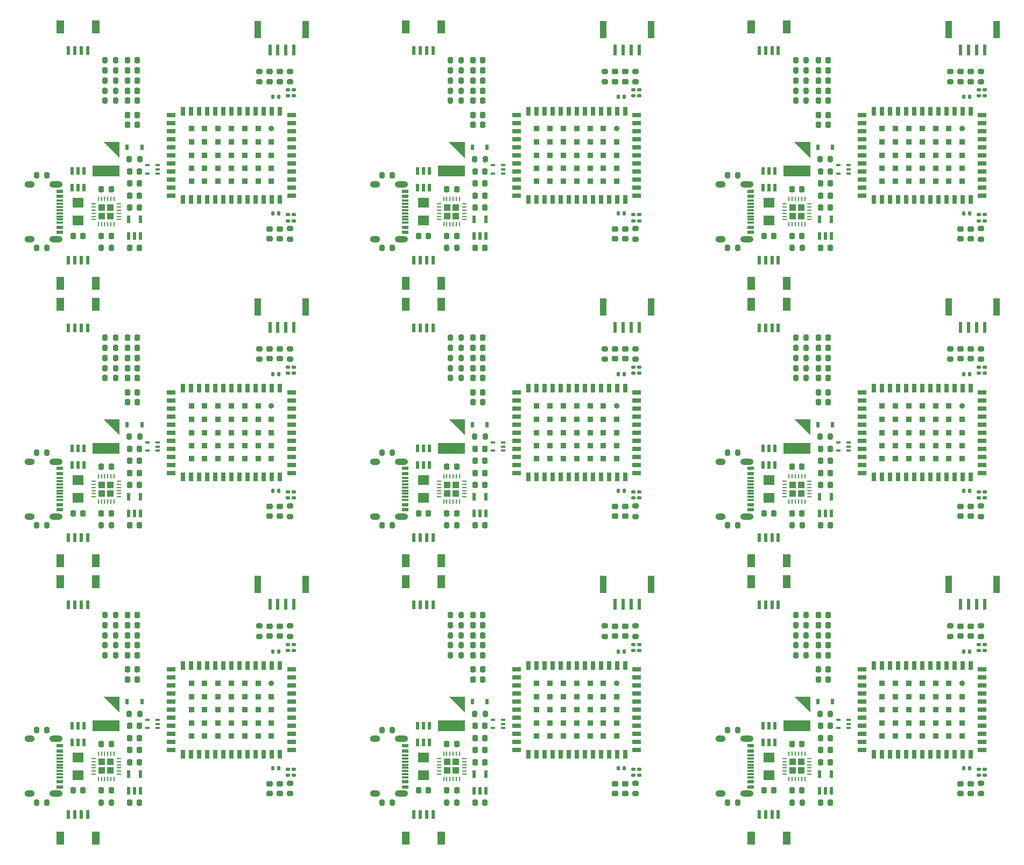
<source format=gtp>
%TF.GenerationSoftware,KiCad,Pcbnew,8.0.7*%
%TF.CreationDate,2025-04-01T11:43:09-06:00*%
%TF.ProjectId,SparkFun_GNSS_LG580P_panelized,53706172-6b46-4756-9e5f-474e53535f4c,rev?*%
%TF.SameCoordinates,Original*%
%TF.FileFunction,Paste,Top*%
%TF.FilePolarity,Positive*%
%FSLAX46Y46*%
G04 Gerber Fmt 4.6, Leading zero omitted, Abs format (unit mm)*
G04 Created by KiCad (PCBNEW 8.0.7) date 2025-04-01 11:43:09*
%MOMM*%
%LPD*%
G01*
G04 APERTURE LIST*
G04 Aperture macros list*
%AMRoundRect*
0 Rectangle with rounded corners*
0 $1 Rounding radius*
0 $2 $3 $4 $5 $6 $7 $8 $9 X,Y pos of 4 corners*
0 Add a 4 corners polygon primitive as box body*
4,1,4,$2,$3,$4,$5,$6,$7,$8,$9,$2,$3,0*
0 Add four circle primitives for the rounded corners*
1,1,$1+$1,$2,$3*
1,1,$1+$1,$4,$5*
1,1,$1+$1,$6,$7*
1,1,$1+$1,$8,$9*
0 Add four rect primitives between the rounded corners*
20,1,$1+$1,$2,$3,$4,$5,0*
20,1,$1+$1,$4,$5,$6,$7,0*
20,1,$1+$1,$6,$7,$8,$9,0*
20,1,$1+$1,$8,$9,$2,$3,0*%
G04 Aperture macros list end*
%ADD10C,0.000000*%
%ADD11RoundRect,0.200000X-0.200000X-0.275000X0.200000X-0.275000X0.200000X0.275000X-0.200000X0.275000X0*%
%ADD12RoundRect,0.140000X-0.170000X0.140000X-0.170000X-0.140000X0.170000X-0.140000X0.170000X0.140000X0*%
%ADD13RoundRect,0.225000X0.250000X-0.225000X0.250000X0.225000X-0.250000X0.225000X-0.250000X-0.225000X0*%
%ADD14RoundRect,0.225000X-0.225000X-0.250000X0.225000X-0.250000X0.225000X0.250000X-0.225000X0.250000X0*%
%ADD15RoundRect,0.200000X0.275000X-0.200000X0.275000X0.200000X-0.275000X0.200000X-0.275000X-0.200000X0*%
%ADD16RoundRect,0.218750X0.218750X0.256250X-0.218750X0.256250X-0.218750X-0.256250X0.218750X-0.256250X0*%
%ADD17RoundRect,0.225000X-0.250000X0.225000X-0.250000X-0.225000X0.250000X-0.225000X0.250000X0.225000X0*%
%ADD18R,0.550000X1.200000*%
%ADD19R,0.600000X1.350000*%
%ADD20R,1.200000X2.000000*%
%ADD21RoundRect,0.140000X0.140000X0.170000X-0.140000X0.170000X-0.140000X-0.170000X0.140000X-0.170000X0*%
%ADD22RoundRect,0.225000X0.225000X0.250000X-0.225000X0.250000X-0.225000X-0.250000X0.225000X-0.250000X0*%
%ADD23RoundRect,0.140000X0.170000X-0.140000X0.170000X0.140000X-0.170000X0.140000X-0.170000X-0.140000X0*%
%ADD24RoundRect,0.250000X-0.295000X-0.295000X0.295000X-0.295000X0.295000X0.295000X-0.295000X0.295000X0*%
%ADD25RoundRect,0.056250X-0.315000X-0.056250X0.315000X-0.056250X0.315000X0.056250X-0.315000X0.056250X0*%
%ADD26RoundRect,0.056250X-0.056250X-0.315000X0.056250X-0.315000X0.056250X0.315000X-0.056250X0.315000X0*%
%ADD27RoundRect,0.200000X0.200000X0.275000X-0.200000X0.275000X-0.200000X-0.275000X0.200000X-0.275000X0*%
%ADD28R,1.800000X1.600000*%
%ADD29R,0.720000X1.350000*%
%ADD30R,1.350000X0.720000*%
%ADD31C,0.900000*%
%ADD32R,0.900000X0.900000*%
%ADD33RoundRect,0.200000X-0.275000X0.200000X-0.275000X-0.200000X0.275000X-0.200000X0.275000X0.200000X0*%
%ADD34R,0.600000X1.700000*%
%ADD35R,1.000000X2.700000*%
%ADD36R,0.630000X0.830000*%
%ADD37R,1.000000X0.300000*%
%ADD38R,1.000000X0.600000*%
%ADD39O,1.600000X1.000000*%
%ADD40O,2.100000X1.000000*%
%ADD41R,0.700000X0.300000*%
G04 APERTURE END LIST*
D10*
%TO.C,BT1*%
G36*
X124101000Y108534645D02*
G01*
X121615645Y111020000D01*
X124101000Y111020000D01*
X124101000Y108534645D01*
G37*
G36*
X124096000Y105615000D02*
G01*
X119896000Y105615000D01*
X119896000Y107315000D01*
X124096000Y107315000D01*
X124096000Y105615000D01*
G37*
G36*
X124101000Y64854645D02*
G01*
X121615645Y67340000D01*
X124101000Y67340000D01*
X124101000Y64854645D01*
G37*
G36*
X124096000Y61935000D02*
G01*
X119896000Y61935000D01*
X119896000Y63635000D01*
X124096000Y63635000D01*
X124096000Y61935000D01*
G37*
G36*
X124101000Y21174645D02*
G01*
X121615645Y23660000D01*
X124101000Y23660000D01*
X124101000Y21174645D01*
G37*
G36*
X124096000Y18255000D02*
G01*
X119896000Y18255000D01*
X119896000Y19955000D01*
X124096000Y19955000D01*
X124096000Y18255000D01*
G37*
G36*
X69753000Y108534645D02*
G01*
X67267645Y111020000D01*
X69753000Y111020000D01*
X69753000Y108534645D01*
G37*
G36*
X69748000Y105615000D02*
G01*
X65548000Y105615000D01*
X65548000Y107315000D01*
X69748000Y107315000D01*
X69748000Y105615000D01*
G37*
G36*
X69753000Y64854645D02*
G01*
X67267645Y67340000D01*
X69753000Y67340000D01*
X69753000Y64854645D01*
G37*
G36*
X69748000Y61935000D02*
G01*
X65548000Y61935000D01*
X65548000Y63635000D01*
X69748000Y63635000D01*
X69748000Y61935000D01*
G37*
G36*
X69753000Y21174645D02*
G01*
X67267645Y23660000D01*
X69753000Y23660000D01*
X69753000Y21174645D01*
G37*
G36*
X69748000Y18255000D02*
G01*
X65548000Y18255000D01*
X65548000Y19955000D01*
X69748000Y19955000D01*
X69748000Y18255000D01*
G37*
G36*
X15405000Y108534645D02*
G01*
X12919645Y111020000D01*
X15405000Y111020000D01*
X15405000Y108534645D01*
G37*
G36*
X15400000Y105615000D02*
G01*
X11200000Y105615000D01*
X11200000Y107315000D01*
X15400000Y107315000D01*
X15400000Y105615000D01*
G37*
G36*
X15405000Y64854645D02*
G01*
X12919645Y67340000D01*
X15405000Y67340000D01*
X15405000Y64854645D01*
G37*
G36*
X15400000Y61935000D02*
G01*
X11200000Y61935000D01*
X11200000Y63635000D01*
X15400000Y63635000D01*
X15400000Y61935000D01*
G37*
G36*
X15405000Y21174645D02*
G01*
X12919645Y23660000D01*
X15405000Y23660000D01*
X15405000Y21174645D01*
G37*
G36*
X15400000Y18255000D02*
G01*
X11200000Y18255000D01*
X11200000Y19955000D01*
X15400000Y19955000D01*
X15400000Y18255000D01*
G37*
%TD*%
D11*
%TO.C,R7*%
X125651000Y108315000D03*
X127301000Y108315000D03*
%TD*%
%TO.C,R7*%
X125651000Y64635000D03*
X127301000Y64635000D03*
%TD*%
%TO.C,R7*%
X125651000Y20955000D03*
X127301000Y20955000D03*
%TD*%
%TO.C,R7*%
X71303000Y108315000D03*
X72953000Y108315000D03*
%TD*%
%TO.C,R7*%
X71303000Y64635000D03*
X72953000Y64635000D03*
%TD*%
%TO.C,R7*%
X71303000Y20955000D03*
X72953000Y20955000D03*
%TD*%
%TO.C,R7*%
X16955000Y108315000D03*
X18605000Y108315000D03*
%TD*%
%TO.C,R7*%
X16955000Y64635000D03*
X18605000Y64635000D03*
%TD*%
D12*
%TO.C,L1*%
X150606000Y119272500D03*
X150606000Y118312500D03*
%TD*%
%TO.C,L1*%
X150606000Y75592500D03*
X150606000Y74632500D03*
%TD*%
%TO.C,L1*%
X150606000Y31912500D03*
X150606000Y30952500D03*
%TD*%
%TO.C,L1*%
X96258000Y119272500D03*
X96258000Y118312500D03*
%TD*%
%TO.C,L1*%
X96258000Y75592500D03*
X96258000Y74632500D03*
%TD*%
%TO.C,L1*%
X96258000Y31912500D03*
X96258000Y30952500D03*
%TD*%
%TO.C,L1*%
X41910000Y119272500D03*
X41910000Y118312500D03*
%TD*%
%TO.C,L1*%
X41910000Y75592500D03*
X41910000Y74632500D03*
%TD*%
D13*
%TO.C,C3*%
X147748500Y120557500D03*
X147748500Y122107500D03*
%TD*%
%TO.C,C3*%
X147748500Y76877500D03*
X147748500Y78427500D03*
%TD*%
%TO.C,C3*%
X147748500Y33197500D03*
X147748500Y34747500D03*
%TD*%
%TO.C,C3*%
X93400500Y120557500D03*
X93400500Y122107500D03*
%TD*%
%TO.C,C3*%
X93400500Y76877500D03*
X93400500Y78427500D03*
%TD*%
%TO.C,C3*%
X93400500Y33197500D03*
X93400500Y34747500D03*
%TD*%
%TO.C,C3*%
X39052500Y120557500D03*
X39052500Y122107500D03*
%TD*%
%TO.C,C3*%
X39052500Y76877500D03*
X39052500Y78427500D03*
%TD*%
D11*
%TO.C,R9*%
X121206000Y94345000D03*
X122856000Y94345000D03*
%TD*%
%TO.C,R9*%
X121206000Y50665000D03*
X122856000Y50665000D03*
%TD*%
%TO.C,R9*%
X121206000Y6985000D03*
X122856000Y6985000D03*
%TD*%
%TO.C,R9*%
X66858000Y94345000D03*
X68508000Y94345000D03*
%TD*%
%TO.C,R9*%
X66858000Y50665000D03*
X68508000Y50665000D03*
%TD*%
%TO.C,R9*%
X66858000Y6985000D03*
X68508000Y6985000D03*
%TD*%
%TO.C,R9*%
X12510000Y94345000D03*
X14160000Y94345000D03*
%TD*%
%TO.C,R9*%
X12510000Y50665000D03*
X14160000Y50665000D03*
%TD*%
D14*
%TO.C,C13*%
X116811000Y96250000D03*
X118361000Y96250000D03*
%TD*%
%TO.C,C13*%
X116811000Y52570000D03*
X118361000Y52570000D03*
%TD*%
%TO.C,C13*%
X116811000Y8890000D03*
X118361000Y8890000D03*
%TD*%
%TO.C,C13*%
X62463000Y96250000D03*
X64013000Y96250000D03*
%TD*%
%TO.C,C13*%
X62463000Y52570000D03*
X64013000Y52570000D03*
%TD*%
%TO.C,C13*%
X62463000Y8890000D03*
X64013000Y8890000D03*
%TD*%
%TO.C,C13*%
X8115000Y96250000D03*
X9665000Y96250000D03*
%TD*%
%TO.C,C13*%
X8115000Y52570000D03*
X9665000Y52570000D03*
%TD*%
%TO.C,C1*%
X125701000Y94345000D03*
X127251000Y94345000D03*
%TD*%
%TO.C,C1*%
X125701000Y50665000D03*
X127251000Y50665000D03*
%TD*%
%TO.C,C1*%
X125701000Y6985000D03*
X127251000Y6985000D03*
%TD*%
%TO.C,C1*%
X71353000Y94345000D03*
X72903000Y94345000D03*
%TD*%
%TO.C,C1*%
X71353000Y50665000D03*
X72903000Y50665000D03*
%TD*%
%TO.C,C1*%
X71353000Y6985000D03*
X72903000Y6985000D03*
%TD*%
%TO.C,C1*%
X17005000Y94345000D03*
X18555000Y94345000D03*
%TD*%
%TO.C,C1*%
X17005000Y50665000D03*
X18555000Y50665000D03*
%TD*%
D15*
%TO.C,R6*%
X150923500Y120507500D03*
X150923500Y122157500D03*
%TD*%
%TO.C,R6*%
X150923500Y76827500D03*
X150923500Y78477500D03*
%TD*%
%TO.C,R6*%
X150923500Y33147500D03*
X150923500Y34797500D03*
%TD*%
%TO.C,R6*%
X96575500Y120507500D03*
X96575500Y122157500D03*
%TD*%
%TO.C,R6*%
X96575500Y76827500D03*
X96575500Y78477500D03*
%TD*%
%TO.C,R6*%
X96575500Y33147500D03*
X96575500Y34797500D03*
%TD*%
%TO.C,R6*%
X42227500Y120507500D03*
X42227500Y122157500D03*
%TD*%
%TO.C,R6*%
X42227500Y76827500D03*
X42227500Y78477500D03*
%TD*%
D16*
%TO.C,D9*%
X126946000Y120697500D03*
X125371000Y120697500D03*
%TD*%
%TO.C,D9*%
X126946000Y77017500D03*
X125371000Y77017500D03*
%TD*%
%TO.C,D9*%
X126946000Y33337500D03*
X125371000Y33337500D03*
%TD*%
%TO.C,D9*%
X72598000Y120697500D03*
X71023000Y120697500D03*
%TD*%
%TO.C,D9*%
X72598000Y77017500D03*
X71023000Y77017500D03*
%TD*%
%TO.C,D9*%
X72598000Y33337500D03*
X71023000Y33337500D03*
%TD*%
%TO.C,D9*%
X18250000Y120697500D03*
X16675000Y120697500D03*
%TD*%
%TO.C,D9*%
X18250000Y77017500D03*
X16675000Y77017500D03*
%TD*%
D17*
%TO.C,C14*%
X147748500Y97342500D03*
X147748500Y95792500D03*
%TD*%
%TO.C,C14*%
X147748500Y53662500D03*
X147748500Y52112500D03*
%TD*%
%TO.C,C14*%
X147748500Y9982500D03*
X147748500Y8432500D03*
%TD*%
%TO.C,C14*%
X93400500Y97342500D03*
X93400500Y95792500D03*
%TD*%
%TO.C,C14*%
X93400500Y53662500D03*
X93400500Y52112500D03*
%TD*%
%TO.C,C14*%
X93400500Y9982500D03*
X93400500Y8432500D03*
%TD*%
%TO.C,C14*%
X39052500Y97342500D03*
X39052500Y95792500D03*
%TD*%
%TO.C,C14*%
X39052500Y53662500D03*
X39052500Y52112500D03*
%TD*%
D18*
%TO.C,U1*%
X118536000Y106440100D03*
X117586000Y106440100D03*
X116636000Y106440100D03*
X116636000Y103839900D03*
X117586000Y103840000D03*
X118536000Y103839900D03*
%TD*%
%TO.C,U1*%
X118536000Y62760100D03*
X117586000Y62760100D03*
X116636000Y62760100D03*
X116636000Y60159900D03*
X117586000Y60160000D03*
X118536000Y60159900D03*
%TD*%
%TO.C,U1*%
X118536000Y19080100D03*
X117586000Y19080100D03*
X116636000Y19080100D03*
X116636000Y16479900D03*
X117586000Y16480000D03*
X118536000Y16479900D03*
%TD*%
%TO.C,U1*%
X64188000Y106440100D03*
X63238000Y106440100D03*
X62288000Y106440100D03*
X62288000Y103839900D03*
X63238000Y103840000D03*
X64188000Y103839900D03*
%TD*%
%TO.C,U1*%
X64188000Y62760100D03*
X63238000Y62760100D03*
X62288000Y62760100D03*
X62288000Y60159900D03*
X63238000Y60160000D03*
X64188000Y60159900D03*
%TD*%
%TO.C,U1*%
X64188000Y19080100D03*
X63238000Y19080100D03*
X62288000Y19080100D03*
X62288000Y16479900D03*
X63238000Y16480000D03*
X64188000Y16479900D03*
%TD*%
%TO.C,U1*%
X9840000Y106440100D03*
X8890000Y106440100D03*
X7940000Y106440100D03*
X7940000Y103839900D03*
X8890000Y103840000D03*
X9840000Y103839900D03*
%TD*%
%TO.C,U1*%
X9840000Y62760100D03*
X8890000Y62760100D03*
X7940000Y62760100D03*
X7940000Y60159900D03*
X8890000Y60160000D03*
X9840000Y60159900D03*
%TD*%
D19*
%TO.C,J4*%
X116086000Y92440000D03*
X117086000Y92440000D03*
X118086000Y92440000D03*
X119086000Y92440000D03*
D20*
X120386000Y88765000D03*
X114786000Y88765000D03*
%TD*%
D19*
%TO.C,J4*%
X116086000Y48760000D03*
X117086000Y48760000D03*
X118086000Y48760000D03*
X119086000Y48760000D03*
D20*
X120386000Y45085000D03*
X114786000Y45085000D03*
%TD*%
D19*
%TO.C,J4*%
X116086000Y5080000D03*
X117086000Y5080000D03*
X118086000Y5080000D03*
X119086000Y5080000D03*
D20*
X120386000Y1405000D03*
X114786000Y1405000D03*
%TD*%
D19*
%TO.C,J4*%
X61738000Y92440000D03*
X62738000Y92440000D03*
X63738000Y92440000D03*
X64738000Y92440000D03*
D20*
X66038000Y88765000D03*
X60438000Y88765000D03*
%TD*%
D19*
%TO.C,J4*%
X61738000Y48760000D03*
X62738000Y48760000D03*
X63738000Y48760000D03*
X64738000Y48760000D03*
D20*
X66038000Y45085000D03*
X60438000Y45085000D03*
%TD*%
D19*
%TO.C,J4*%
X61738000Y5080000D03*
X62738000Y5080000D03*
X63738000Y5080000D03*
X64738000Y5080000D03*
D20*
X66038000Y1405000D03*
X60438000Y1405000D03*
%TD*%
D19*
%TO.C,J4*%
X7390000Y92440000D03*
X8390000Y92440000D03*
X9390000Y92440000D03*
X10390000Y92440000D03*
D20*
X11690000Y88765000D03*
X6090000Y88765000D03*
%TD*%
D19*
%TO.C,J4*%
X7390000Y48760000D03*
X8390000Y48760000D03*
X9390000Y48760000D03*
X10390000Y48760000D03*
D20*
X11690000Y45085000D03*
X6090000Y45085000D03*
%TD*%
D16*
%TO.C,D8*%
X126946000Y117522500D03*
X125371000Y117522500D03*
%TD*%
%TO.C,D8*%
X126946000Y73842500D03*
X125371000Y73842500D03*
%TD*%
%TO.C,D8*%
X126946000Y30162500D03*
X125371000Y30162500D03*
%TD*%
%TO.C,D8*%
X72598000Y117522500D03*
X71023000Y117522500D03*
%TD*%
%TO.C,D8*%
X72598000Y73842500D03*
X71023000Y73842500D03*
%TD*%
%TO.C,D8*%
X72598000Y30162500D03*
X71023000Y30162500D03*
%TD*%
%TO.C,D8*%
X18250000Y117522500D03*
X16675000Y117522500D03*
%TD*%
%TO.C,D8*%
X18250000Y73842500D03*
X16675000Y73842500D03*
%TD*%
D21*
%TO.C,C6*%
X149181000Y118157500D03*
X148221000Y118157500D03*
%TD*%
%TO.C,C6*%
X149181000Y74477500D03*
X148221000Y74477500D03*
%TD*%
%TO.C,C6*%
X149181000Y30797500D03*
X148221000Y30797500D03*
%TD*%
%TO.C,C6*%
X94833000Y118157500D03*
X93873000Y118157500D03*
%TD*%
%TO.C,C6*%
X94833000Y74477500D03*
X93873000Y74477500D03*
%TD*%
%TO.C,C6*%
X94833000Y30797500D03*
X93873000Y30797500D03*
%TD*%
%TO.C,C6*%
X40485000Y118157500D03*
X39525000Y118157500D03*
%TD*%
%TO.C,C6*%
X40485000Y74477500D03*
X39525000Y74477500D03*
%TD*%
D22*
%TO.C,C10*%
X122806000Y103552500D03*
X121256000Y103552500D03*
%TD*%
%TO.C,C10*%
X122806000Y59872500D03*
X121256000Y59872500D03*
%TD*%
%TO.C,C10*%
X122806000Y16192500D03*
X121256000Y16192500D03*
%TD*%
%TO.C,C10*%
X68458000Y103552500D03*
X66908000Y103552500D03*
%TD*%
%TO.C,C10*%
X68458000Y59872500D03*
X66908000Y59872500D03*
%TD*%
%TO.C,C10*%
X68458000Y16192500D03*
X66908000Y16192500D03*
%TD*%
%TO.C,C10*%
X14110000Y103552500D03*
X12560000Y103552500D03*
%TD*%
%TO.C,C10*%
X14110000Y59872500D03*
X12560000Y59872500D03*
%TD*%
D14*
%TO.C,C12*%
X125383500Y113712500D03*
X126933500Y113712500D03*
%TD*%
%TO.C,C12*%
X125383500Y70032500D03*
X126933500Y70032500D03*
%TD*%
%TO.C,C12*%
X125383500Y26352500D03*
X126933500Y26352500D03*
%TD*%
%TO.C,C12*%
X71035500Y113712500D03*
X72585500Y113712500D03*
%TD*%
%TO.C,C12*%
X71035500Y70032500D03*
X72585500Y70032500D03*
%TD*%
%TO.C,C12*%
X71035500Y26352500D03*
X72585500Y26352500D03*
%TD*%
%TO.C,C12*%
X16687500Y113712500D03*
X18237500Y113712500D03*
%TD*%
%TO.C,C12*%
X16687500Y70032500D03*
X18237500Y70032500D03*
%TD*%
D23*
%TO.C,D10*%
X151558500Y98627500D03*
X151558500Y99587500D03*
%TD*%
%TO.C,D10*%
X151558500Y54947500D03*
X151558500Y55907500D03*
%TD*%
%TO.C,D10*%
X151558500Y11267500D03*
X151558500Y12227500D03*
%TD*%
%TO.C,D10*%
X97210500Y98627500D03*
X97210500Y99587500D03*
%TD*%
%TO.C,D10*%
X97210500Y54947500D03*
X97210500Y55907500D03*
%TD*%
%TO.C,D10*%
X97210500Y11267500D03*
X97210500Y12227500D03*
%TD*%
%TO.C,D10*%
X42862500Y98627500D03*
X42862500Y99587500D03*
%TD*%
%TO.C,D10*%
X42862500Y54947500D03*
X42862500Y55907500D03*
%TD*%
%TO.C,L2*%
X150606000Y98627500D03*
X150606000Y99587500D03*
%TD*%
%TO.C,L2*%
X150606000Y54947500D03*
X150606000Y55907500D03*
%TD*%
%TO.C,L2*%
X150606000Y11267500D03*
X150606000Y12227500D03*
%TD*%
%TO.C,L2*%
X96258000Y98627500D03*
X96258000Y99587500D03*
%TD*%
%TO.C,L2*%
X96258000Y54947500D03*
X96258000Y55907500D03*
%TD*%
%TO.C,L2*%
X96258000Y11267500D03*
X96258000Y12227500D03*
%TD*%
%TO.C,L2*%
X41910000Y98627500D03*
X41910000Y99587500D03*
%TD*%
%TO.C,L2*%
X41910000Y54947500D03*
X41910000Y55907500D03*
%TD*%
D24*
%TO.C,U4*%
X121356000Y100735000D03*
X121356000Y99385000D03*
X122706000Y100735000D03*
X122706000Y99385000D03*
D25*
X120068500Y101310000D03*
X120068500Y100810000D03*
X120068500Y100310000D03*
X120068500Y99810000D03*
X120068500Y99310000D03*
X120068500Y98810000D03*
D26*
X120781000Y98097500D03*
X121281000Y98097500D03*
X121781000Y98097500D03*
X122281000Y98097500D03*
X122781000Y98097500D03*
X123281000Y98097500D03*
D25*
X123993500Y98810000D03*
X123993500Y99310000D03*
X123993500Y99810000D03*
X123993500Y100310000D03*
X123993500Y100810000D03*
X123993500Y101310000D03*
D26*
X123281000Y102022500D03*
X122781000Y102022500D03*
X122281000Y102022500D03*
X121781000Y102022500D03*
X121281000Y102022500D03*
X120781000Y102022500D03*
%TD*%
D24*
%TO.C,U4*%
X121356000Y57055000D03*
X121356000Y55705000D03*
X122706000Y57055000D03*
X122706000Y55705000D03*
D25*
X120068500Y57630000D03*
X120068500Y57130000D03*
X120068500Y56630000D03*
X120068500Y56130000D03*
X120068500Y55630000D03*
X120068500Y55130000D03*
D26*
X120781000Y54417500D03*
X121281000Y54417500D03*
X121781000Y54417500D03*
X122281000Y54417500D03*
X122781000Y54417500D03*
X123281000Y54417500D03*
D25*
X123993500Y55130000D03*
X123993500Y55630000D03*
X123993500Y56130000D03*
X123993500Y56630000D03*
X123993500Y57130000D03*
X123993500Y57630000D03*
D26*
X123281000Y58342500D03*
X122781000Y58342500D03*
X122281000Y58342500D03*
X121781000Y58342500D03*
X121281000Y58342500D03*
X120781000Y58342500D03*
%TD*%
D24*
%TO.C,U4*%
X121356000Y13375000D03*
X121356000Y12025000D03*
X122706000Y13375000D03*
X122706000Y12025000D03*
D25*
X120068500Y13950000D03*
X120068500Y13450000D03*
X120068500Y12950000D03*
X120068500Y12450000D03*
X120068500Y11950000D03*
X120068500Y11450000D03*
D26*
X120781000Y10737500D03*
X121281000Y10737500D03*
X121781000Y10737500D03*
X122281000Y10737500D03*
X122781000Y10737500D03*
X123281000Y10737500D03*
D25*
X123993500Y11450000D03*
X123993500Y11950000D03*
X123993500Y12450000D03*
X123993500Y12950000D03*
X123993500Y13450000D03*
X123993500Y13950000D03*
D26*
X123281000Y14662500D03*
X122781000Y14662500D03*
X122281000Y14662500D03*
X121781000Y14662500D03*
X121281000Y14662500D03*
X120781000Y14662500D03*
%TD*%
D24*
%TO.C,U4*%
X67008000Y100735000D03*
X67008000Y99385000D03*
X68358000Y100735000D03*
X68358000Y99385000D03*
D25*
X65720500Y101310000D03*
X65720500Y100810000D03*
X65720500Y100310000D03*
X65720500Y99810000D03*
X65720500Y99310000D03*
X65720500Y98810000D03*
D26*
X66433000Y98097500D03*
X66933000Y98097500D03*
X67433000Y98097500D03*
X67933000Y98097500D03*
X68433000Y98097500D03*
X68933000Y98097500D03*
D25*
X69645500Y98810000D03*
X69645500Y99310000D03*
X69645500Y99810000D03*
X69645500Y100310000D03*
X69645500Y100810000D03*
X69645500Y101310000D03*
D26*
X68933000Y102022500D03*
X68433000Y102022500D03*
X67933000Y102022500D03*
X67433000Y102022500D03*
X66933000Y102022500D03*
X66433000Y102022500D03*
%TD*%
D24*
%TO.C,U4*%
X67008000Y57055000D03*
X67008000Y55705000D03*
X68358000Y57055000D03*
X68358000Y55705000D03*
D25*
X65720500Y57630000D03*
X65720500Y57130000D03*
X65720500Y56630000D03*
X65720500Y56130000D03*
X65720500Y55630000D03*
X65720500Y55130000D03*
D26*
X66433000Y54417500D03*
X66933000Y54417500D03*
X67433000Y54417500D03*
X67933000Y54417500D03*
X68433000Y54417500D03*
X68933000Y54417500D03*
D25*
X69645500Y55130000D03*
X69645500Y55630000D03*
X69645500Y56130000D03*
X69645500Y56630000D03*
X69645500Y57130000D03*
X69645500Y57630000D03*
D26*
X68933000Y58342500D03*
X68433000Y58342500D03*
X67933000Y58342500D03*
X67433000Y58342500D03*
X66933000Y58342500D03*
X66433000Y58342500D03*
%TD*%
D24*
%TO.C,U4*%
X67008000Y13375000D03*
X67008000Y12025000D03*
X68358000Y13375000D03*
X68358000Y12025000D03*
D25*
X65720500Y13950000D03*
X65720500Y13450000D03*
X65720500Y12950000D03*
X65720500Y12450000D03*
X65720500Y11950000D03*
X65720500Y11450000D03*
D26*
X66433000Y10737500D03*
X66933000Y10737500D03*
X67433000Y10737500D03*
X67933000Y10737500D03*
X68433000Y10737500D03*
X68933000Y10737500D03*
D25*
X69645500Y11450000D03*
X69645500Y11950000D03*
X69645500Y12450000D03*
X69645500Y12950000D03*
X69645500Y13450000D03*
X69645500Y13950000D03*
D26*
X68933000Y14662500D03*
X68433000Y14662500D03*
X67933000Y14662500D03*
X67433000Y14662500D03*
X66933000Y14662500D03*
X66433000Y14662500D03*
%TD*%
D24*
%TO.C,U4*%
X12660000Y100735000D03*
X12660000Y99385000D03*
X14010000Y100735000D03*
X14010000Y99385000D03*
D25*
X11372500Y101310000D03*
X11372500Y100810000D03*
X11372500Y100310000D03*
X11372500Y99810000D03*
X11372500Y99310000D03*
X11372500Y98810000D03*
D26*
X12085000Y98097500D03*
X12585000Y98097500D03*
X13085000Y98097500D03*
X13585000Y98097500D03*
X14085000Y98097500D03*
X14585000Y98097500D03*
D25*
X15297500Y98810000D03*
X15297500Y99310000D03*
X15297500Y99810000D03*
X15297500Y100310000D03*
X15297500Y100810000D03*
X15297500Y101310000D03*
D26*
X14585000Y102022500D03*
X14085000Y102022500D03*
X13585000Y102022500D03*
X13085000Y102022500D03*
X12585000Y102022500D03*
X12085000Y102022500D03*
%TD*%
D24*
%TO.C,U4*%
X12660000Y57055000D03*
X12660000Y55705000D03*
X14010000Y57055000D03*
X14010000Y55705000D03*
D25*
X11372500Y57630000D03*
X11372500Y57130000D03*
X11372500Y56630000D03*
X11372500Y56130000D03*
X11372500Y55630000D03*
X11372500Y55130000D03*
D26*
X12085000Y54417500D03*
X12585000Y54417500D03*
X13085000Y54417500D03*
X13585000Y54417500D03*
X14085000Y54417500D03*
X14585000Y54417500D03*
D25*
X15297500Y55130000D03*
X15297500Y55630000D03*
X15297500Y56130000D03*
X15297500Y56630000D03*
X15297500Y57130000D03*
X15297500Y57630000D03*
D26*
X14585000Y58342500D03*
X14085000Y58342500D03*
X13585000Y58342500D03*
X13085000Y58342500D03*
X12585000Y58342500D03*
X12085000Y58342500D03*
%TD*%
D27*
%TO.C,R10*%
X123491000Y117522500D03*
X121841000Y117522500D03*
%TD*%
%TO.C,R10*%
X123491000Y73842500D03*
X121841000Y73842500D03*
%TD*%
%TO.C,R10*%
X123491000Y30162500D03*
X121841000Y30162500D03*
%TD*%
%TO.C,R10*%
X69143000Y117522500D03*
X67493000Y117522500D03*
%TD*%
%TO.C,R10*%
X69143000Y73842500D03*
X67493000Y73842500D03*
%TD*%
%TO.C,R10*%
X69143000Y30162500D03*
X67493000Y30162500D03*
%TD*%
%TO.C,R10*%
X14795000Y117522500D03*
X13145000Y117522500D03*
%TD*%
%TO.C,R10*%
X14795000Y73842500D03*
X13145000Y73842500D03*
%TD*%
%TO.C,R11*%
X123491000Y120697500D03*
X121841000Y120697500D03*
%TD*%
%TO.C,R11*%
X123491000Y77017500D03*
X121841000Y77017500D03*
%TD*%
%TO.C,R11*%
X123491000Y33337500D03*
X121841000Y33337500D03*
%TD*%
%TO.C,R11*%
X69143000Y120697500D03*
X67493000Y120697500D03*
%TD*%
%TO.C,R11*%
X69143000Y77017500D03*
X67493000Y77017500D03*
%TD*%
%TO.C,R11*%
X69143000Y33337500D03*
X67493000Y33337500D03*
%TD*%
%TO.C,R11*%
X14795000Y120697500D03*
X13145000Y120697500D03*
%TD*%
%TO.C,R11*%
X14795000Y77017500D03*
X13145000Y77017500D03*
%TD*%
D14*
%TO.C,C7*%
X121256000Y96250000D03*
X122806000Y96250000D03*
%TD*%
%TO.C,C7*%
X121256000Y52570000D03*
X122806000Y52570000D03*
%TD*%
%TO.C,C7*%
X121256000Y8890000D03*
X122806000Y8890000D03*
%TD*%
%TO.C,C7*%
X66908000Y96250000D03*
X68458000Y96250000D03*
%TD*%
%TO.C,C7*%
X66908000Y52570000D03*
X68458000Y52570000D03*
%TD*%
%TO.C,C7*%
X66908000Y8890000D03*
X68458000Y8890000D03*
%TD*%
%TO.C,C7*%
X12560000Y96250000D03*
X14110000Y96250000D03*
%TD*%
%TO.C,C7*%
X12560000Y52570000D03*
X14110000Y52570000D03*
%TD*%
D28*
%TO.C,F1*%
X117586000Y98660000D03*
X117586000Y101460000D03*
%TD*%
%TO.C,F1*%
X117586000Y54980000D03*
X117586000Y57780000D03*
%TD*%
%TO.C,F1*%
X117586000Y11300000D03*
X117586000Y14100000D03*
%TD*%
%TO.C,F1*%
X63238000Y98660000D03*
X63238000Y101460000D03*
%TD*%
%TO.C,F1*%
X63238000Y54980000D03*
X63238000Y57780000D03*
%TD*%
%TO.C,F1*%
X63238000Y11300000D03*
X63238000Y14100000D03*
%TD*%
%TO.C,F1*%
X8890000Y98660000D03*
X8890000Y101460000D03*
%TD*%
%TO.C,F1*%
X8890000Y54980000D03*
X8890000Y57780000D03*
%TD*%
D22*
%TO.C,C8*%
X127251000Y104505000D03*
X125701000Y104505000D03*
%TD*%
%TO.C,C8*%
X127251000Y60825000D03*
X125701000Y60825000D03*
%TD*%
%TO.C,C8*%
X127251000Y17145000D03*
X125701000Y17145000D03*
%TD*%
%TO.C,C8*%
X72903000Y104505000D03*
X71353000Y104505000D03*
%TD*%
%TO.C,C8*%
X72903000Y60825000D03*
X71353000Y60825000D03*
%TD*%
%TO.C,C8*%
X72903000Y17145000D03*
X71353000Y17145000D03*
%TD*%
%TO.C,C8*%
X18555000Y104505000D03*
X17005000Y104505000D03*
%TD*%
%TO.C,C8*%
X18555000Y60825000D03*
X17005000Y60825000D03*
%TD*%
D13*
%TO.C,C4*%
X149336000Y120557500D03*
X149336000Y122107500D03*
%TD*%
%TO.C,C4*%
X149336000Y76877500D03*
X149336000Y78427500D03*
%TD*%
%TO.C,C4*%
X149336000Y33197500D03*
X149336000Y34747500D03*
%TD*%
%TO.C,C4*%
X94988000Y120557500D03*
X94988000Y122107500D03*
%TD*%
%TO.C,C4*%
X94988000Y76877500D03*
X94988000Y78427500D03*
%TD*%
%TO.C,C4*%
X94988000Y33197500D03*
X94988000Y34747500D03*
%TD*%
%TO.C,C4*%
X40640000Y120557500D03*
X40640000Y122107500D03*
%TD*%
%TO.C,C4*%
X40640000Y76877500D03*
X40640000Y78427500D03*
%TD*%
D18*
%TO.C,U2*%
X125526000Y96219900D03*
X126476000Y96219900D03*
X127426000Y96219900D03*
X127426000Y98820100D03*
X125526000Y98820100D03*
%TD*%
%TO.C,U2*%
X125526000Y52539900D03*
X126476000Y52539900D03*
X127426000Y52539900D03*
X127426000Y55140100D03*
X125526000Y55140100D03*
%TD*%
%TO.C,U2*%
X125526000Y8859900D03*
X126476000Y8859900D03*
X127426000Y8859900D03*
X127426000Y11460100D03*
X125526000Y11460100D03*
%TD*%
%TO.C,U2*%
X71178000Y96219900D03*
X72128000Y96219900D03*
X73078000Y96219900D03*
X73078000Y98820100D03*
X71178000Y98820100D03*
%TD*%
%TO.C,U2*%
X71178000Y52539900D03*
X72128000Y52539900D03*
X73078000Y52539900D03*
X73078000Y55140100D03*
X71178000Y55140100D03*
%TD*%
%TO.C,U2*%
X71178000Y8859900D03*
X72128000Y8859900D03*
X73078000Y8859900D03*
X73078000Y11460100D03*
X71178000Y11460100D03*
%TD*%
%TO.C,U2*%
X16830000Y96219900D03*
X17780000Y96219900D03*
X18730000Y96219900D03*
X18730000Y98820100D03*
X16830000Y98820100D03*
%TD*%
%TO.C,U2*%
X16830000Y52539900D03*
X17780000Y52539900D03*
X18730000Y52539900D03*
X18730000Y55140100D03*
X16830000Y55140100D03*
%TD*%
D29*
%TO.C,U3*%
X149336000Y115900000D03*
X148066000Y115900000D03*
X146796000Y115900000D03*
X145526000Y115900000D03*
X144256000Y115900000D03*
X142986000Y115900000D03*
X141716000Y115900000D03*
X140446000Y115900000D03*
X139176000Y115900000D03*
X137906000Y115900000D03*
X136636000Y115900000D03*
X135366000Y115900000D03*
X134096000Y115900000D03*
D30*
X132266000Y115300000D03*
X132266000Y114030000D03*
X132266000Y112760000D03*
X132266000Y111490000D03*
X132266000Y110220000D03*
X132266000Y108950000D03*
X132266000Y107680000D03*
X132266000Y106410000D03*
X132266000Y105140000D03*
X132266000Y103870000D03*
X132266000Y102600000D03*
D29*
X134096000Y102000000D03*
X135366000Y102000000D03*
X136636000Y102000000D03*
X137906000Y102000000D03*
X139176000Y102000000D03*
X140446000Y102000000D03*
X141716000Y102000000D03*
X142986000Y102000000D03*
X144256000Y102000000D03*
X145526000Y102000000D03*
X146796000Y102000000D03*
X148066000Y102000000D03*
X149336000Y102000000D03*
D30*
X151166000Y102600000D03*
X151166000Y103870000D03*
X151166000Y105140000D03*
X151166000Y106410000D03*
X151166000Y107680000D03*
X151166000Y108950000D03*
X151166000Y110220000D03*
X151166000Y111490000D03*
X151166000Y112760000D03*
X151166000Y114030000D03*
X151166000Y115300000D03*
D31*
X148016000Y113150000D03*
D32*
X145916000Y113150000D03*
X143816000Y113150000D03*
X141716000Y113150000D03*
X139616000Y113150000D03*
X137516000Y113150000D03*
X135416000Y113150000D03*
X148016000Y111050000D03*
X145916000Y111050000D03*
X143816000Y111050000D03*
X141716000Y111050000D03*
X139616000Y111050000D03*
X137516000Y111050000D03*
X135416000Y111050000D03*
X148016000Y108950000D03*
X145916000Y108950000D03*
X143816000Y108950000D03*
X141716000Y108950000D03*
X139616000Y108950000D03*
X137516000Y108950000D03*
X135416000Y108950000D03*
X148016000Y106850000D03*
X145916000Y106850000D03*
X143816000Y106850000D03*
X141716000Y106850000D03*
X139616000Y106850000D03*
X137516000Y106850000D03*
X135416000Y106850000D03*
X148016000Y104850000D03*
X145916000Y104850000D03*
X143816000Y104850000D03*
X141716000Y104850000D03*
X139616000Y104850000D03*
X137516000Y104850000D03*
X135416000Y104850000D03*
%TD*%
D29*
%TO.C,U3*%
X149336000Y72220000D03*
X148066000Y72220000D03*
X146796000Y72220000D03*
X145526000Y72220000D03*
X144256000Y72220000D03*
X142986000Y72220000D03*
X141716000Y72220000D03*
X140446000Y72220000D03*
X139176000Y72220000D03*
X137906000Y72220000D03*
X136636000Y72220000D03*
X135366000Y72220000D03*
X134096000Y72220000D03*
D30*
X132266000Y71620000D03*
X132266000Y70350000D03*
X132266000Y69080000D03*
X132266000Y67810000D03*
X132266000Y66540000D03*
X132266000Y65270000D03*
X132266000Y64000000D03*
X132266000Y62730000D03*
X132266000Y61460000D03*
X132266000Y60190000D03*
X132266000Y58920000D03*
D29*
X134096000Y58320000D03*
X135366000Y58320000D03*
X136636000Y58320000D03*
X137906000Y58320000D03*
X139176000Y58320000D03*
X140446000Y58320000D03*
X141716000Y58320000D03*
X142986000Y58320000D03*
X144256000Y58320000D03*
X145526000Y58320000D03*
X146796000Y58320000D03*
X148066000Y58320000D03*
X149336000Y58320000D03*
D30*
X151166000Y58920000D03*
X151166000Y60190000D03*
X151166000Y61460000D03*
X151166000Y62730000D03*
X151166000Y64000000D03*
X151166000Y65270000D03*
X151166000Y66540000D03*
X151166000Y67810000D03*
X151166000Y69080000D03*
X151166000Y70350000D03*
X151166000Y71620000D03*
D31*
X148016000Y69470000D03*
D32*
X145916000Y69470000D03*
X143816000Y69470000D03*
X141716000Y69470000D03*
X139616000Y69470000D03*
X137516000Y69470000D03*
X135416000Y69470000D03*
X148016000Y67370000D03*
X145916000Y67370000D03*
X143816000Y67370000D03*
X141716000Y67370000D03*
X139616000Y67370000D03*
X137516000Y67370000D03*
X135416000Y67370000D03*
X148016000Y65270000D03*
X145916000Y65270000D03*
X143816000Y65270000D03*
X141716000Y65270000D03*
X139616000Y65270000D03*
X137516000Y65270000D03*
X135416000Y65270000D03*
X148016000Y63170000D03*
X145916000Y63170000D03*
X143816000Y63170000D03*
X141716000Y63170000D03*
X139616000Y63170000D03*
X137516000Y63170000D03*
X135416000Y63170000D03*
X148016000Y61170000D03*
X145916000Y61170000D03*
X143816000Y61170000D03*
X141716000Y61170000D03*
X139616000Y61170000D03*
X137516000Y61170000D03*
X135416000Y61170000D03*
%TD*%
D29*
%TO.C,U3*%
X149336000Y28540000D03*
X148066000Y28540000D03*
X146796000Y28540000D03*
X145526000Y28540000D03*
X144256000Y28540000D03*
X142986000Y28540000D03*
X141716000Y28540000D03*
X140446000Y28540000D03*
X139176000Y28540000D03*
X137906000Y28540000D03*
X136636000Y28540000D03*
X135366000Y28540000D03*
X134096000Y28540000D03*
D30*
X132266000Y27940000D03*
X132266000Y26670000D03*
X132266000Y25400000D03*
X132266000Y24130000D03*
X132266000Y22860000D03*
X132266000Y21590000D03*
X132266000Y20320000D03*
X132266000Y19050000D03*
X132266000Y17780000D03*
X132266000Y16510000D03*
X132266000Y15240000D03*
D29*
X134096000Y14640000D03*
X135366000Y14640000D03*
X136636000Y14640000D03*
X137906000Y14640000D03*
X139176000Y14640000D03*
X140446000Y14640000D03*
X141716000Y14640000D03*
X142986000Y14640000D03*
X144256000Y14640000D03*
X145526000Y14640000D03*
X146796000Y14640000D03*
X148066000Y14640000D03*
X149336000Y14640000D03*
D30*
X151166000Y15240000D03*
X151166000Y16510000D03*
X151166000Y17780000D03*
X151166000Y19050000D03*
X151166000Y20320000D03*
X151166000Y21590000D03*
X151166000Y22860000D03*
X151166000Y24130000D03*
X151166000Y25400000D03*
X151166000Y26670000D03*
X151166000Y27940000D03*
D31*
X148016000Y25790000D03*
D32*
X145916000Y25790000D03*
X143816000Y25790000D03*
X141716000Y25790000D03*
X139616000Y25790000D03*
X137516000Y25790000D03*
X135416000Y25790000D03*
X148016000Y23690000D03*
X145916000Y23690000D03*
X143816000Y23690000D03*
X141716000Y23690000D03*
X139616000Y23690000D03*
X137516000Y23690000D03*
X135416000Y23690000D03*
X148016000Y21590000D03*
X145916000Y21590000D03*
X143816000Y21590000D03*
X141716000Y21590000D03*
X139616000Y21590000D03*
X137516000Y21590000D03*
X135416000Y21590000D03*
X148016000Y19490000D03*
X145916000Y19490000D03*
X143816000Y19490000D03*
X141716000Y19490000D03*
X139616000Y19490000D03*
X137516000Y19490000D03*
X135416000Y19490000D03*
X148016000Y17490000D03*
X145916000Y17490000D03*
X143816000Y17490000D03*
X141716000Y17490000D03*
X139616000Y17490000D03*
X137516000Y17490000D03*
X135416000Y17490000D03*
%TD*%
D29*
%TO.C,U3*%
X94988000Y115900000D03*
X93718000Y115900000D03*
X92448000Y115900000D03*
X91178000Y115900000D03*
X89908000Y115900000D03*
X88638000Y115900000D03*
X87368000Y115900000D03*
X86098000Y115900000D03*
X84828000Y115900000D03*
X83558000Y115900000D03*
X82288000Y115900000D03*
X81018000Y115900000D03*
X79748000Y115900000D03*
D30*
X77918000Y115300000D03*
X77918000Y114030000D03*
X77918000Y112760000D03*
X77918000Y111490000D03*
X77918000Y110220000D03*
X77918000Y108950000D03*
X77918000Y107680000D03*
X77918000Y106410000D03*
X77918000Y105140000D03*
X77918000Y103870000D03*
X77918000Y102600000D03*
D29*
X79748000Y102000000D03*
X81018000Y102000000D03*
X82288000Y102000000D03*
X83558000Y102000000D03*
X84828000Y102000000D03*
X86098000Y102000000D03*
X87368000Y102000000D03*
X88638000Y102000000D03*
X89908000Y102000000D03*
X91178000Y102000000D03*
X92448000Y102000000D03*
X93718000Y102000000D03*
X94988000Y102000000D03*
D30*
X96818000Y102600000D03*
X96818000Y103870000D03*
X96818000Y105140000D03*
X96818000Y106410000D03*
X96818000Y107680000D03*
X96818000Y108950000D03*
X96818000Y110220000D03*
X96818000Y111490000D03*
X96818000Y112760000D03*
X96818000Y114030000D03*
X96818000Y115300000D03*
D31*
X93668000Y113150000D03*
D32*
X91568000Y113150000D03*
X89468000Y113150000D03*
X87368000Y113150000D03*
X85268000Y113150000D03*
X83168000Y113150000D03*
X81068000Y113150000D03*
X93668000Y111050000D03*
X91568000Y111050000D03*
X89468000Y111050000D03*
X87368000Y111050000D03*
X85268000Y111050000D03*
X83168000Y111050000D03*
X81068000Y111050000D03*
X93668000Y108950000D03*
X91568000Y108950000D03*
X89468000Y108950000D03*
X87368000Y108950000D03*
X85268000Y108950000D03*
X83168000Y108950000D03*
X81068000Y108950000D03*
X93668000Y106850000D03*
X91568000Y106850000D03*
X89468000Y106850000D03*
X87368000Y106850000D03*
X85268000Y106850000D03*
X83168000Y106850000D03*
X81068000Y106850000D03*
X93668000Y104850000D03*
X91568000Y104850000D03*
X89468000Y104850000D03*
X87368000Y104850000D03*
X85268000Y104850000D03*
X83168000Y104850000D03*
X81068000Y104850000D03*
%TD*%
D29*
%TO.C,U3*%
X94988000Y72220000D03*
X93718000Y72220000D03*
X92448000Y72220000D03*
X91178000Y72220000D03*
X89908000Y72220000D03*
X88638000Y72220000D03*
X87368000Y72220000D03*
X86098000Y72220000D03*
X84828000Y72220000D03*
X83558000Y72220000D03*
X82288000Y72220000D03*
X81018000Y72220000D03*
X79748000Y72220000D03*
D30*
X77918000Y71620000D03*
X77918000Y70350000D03*
X77918000Y69080000D03*
X77918000Y67810000D03*
X77918000Y66540000D03*
X77918000Y65270000D03*
X77918000Y64000000D03*
X77918000Y62730000D03*
X77918000Y61460000D03*
X77918000Y60190000D03*
X77918000Y58920000D03*
D29*
X79748000Y58320000D03*
X81018000Y58320000D03*
X82288000Y58320000D03*
X83558000Y58320000D03*
X84828000Y58320000D03*
X86098000Y58320000D03*
X87368000Y58320000D03*
X88638000Y58320000D03*
X89908000Y58320000D03*
X91178000Y58320000D03*
X92448000Y58320000D03*
X93718000Y58320000D03*
X94988000Y58320000D03*
D30*
X96818000Y58920000D03*
X96818000Y60190000D03*
X96818000Y61460000D03*
X96818000Y62730000D03*
X96818000Y64000000D03*
X96818000Y65270000D03*
X96818000Y66540000D03*
X96818000Y67810000D03*
X96818000Y69080000D03*
X96818000Y70350000D03*
X96818000Y71620000D03*
D31*
X93668000Y69470000D03*
D32*
X91568000Y69470000D03*
X89468000Y69470000D03*
X87368000Y69470000D03*
X85268000Y69470000D03*
X83168000Y69470000D03*
X81068000Y69470000D03*
X93668000Y67370000D03*
X91568000Y67370000D03*
X89468000Y67370000D03*
X87368000Y67370000D03*
X85268000Y67370000D03*
X83168000Y67370000D03*
X81068000Y67370000D03*
X93668000Y65270000D03*
X91568000Y65270000D03*
X89468000Y65270000D03*
X87368000Y65270000D03*
X85268000Y65270000D03*
X83168000Y65270000D03*
X81068000Y65270000D03*
X93668000Y63170000D03*
X91568000Y63170000D03*
X89468000Y63170000D03*
X87368000Y63170000D03*
X85268000Y63170000D03*
X83168000Y63170000D03*
X81068000Y63170000D03*
X93668000Y61170000D03*
X91568000Y61170000D03*
X89468000Y61170000D03*
X87368000Y61170000D03*
X85268000Y61170000D03*
X83168000Y61170000D03*
X81068000Y61170000D03*
%TD*%
D29*
%TO.C,U3*%
X94988000Y28540000D03*
X93718000Y28540000D03*
X92448000Y28540000D03*
X91178000Y28540000D03*
X89908000Y28540000D03*
X88638000Y28540000D03*
X87368000Y28540000D03*
X86098000Y28540000D03*
X84828000Y28540000D03*
X83558000Y28540000D03*
X82288000Y28540000D03*
X81018000Y28540000D03*
X79748000Y28540000D03*
D30*
X77918000Y27940000D03*
X77918000Y26670000D03*
X77918000Y25400000D03*
X77918000Y24130000D03*
X77918000Y22860000D03*
X77918000Y21590000D03*
X77918000Y20320000D03*
X77918000Y19050000D03*
X77918000Y17780000D03*
X77918000Y16510000D03*
X77918000Y15240000D03*
D29*
X79748000Y14640000D03*
X81018000Y14640000D03*
X82288000Y14640000D03*
X83558000Y14640000D03*
X84828000Y14640000D03*
X86098000Y14640000D03*
X87368000Y14640000D03*
X88638000Y14640000D03*
X89908000Y14640000D03*
X91178000Y14640000D03*
X92448000Y14640000D03*
X93718000Y14640000D03*
X94988000Y14640000D03*
D30*
X96818000Y15240000D03*
X96818000Y16510000D03*
X96818000Y17780000D03*
X96818000Y19050000D03*
X96818000Y20320000D03*
X96818000Y21590000D03*
X96818000Y22860000D03*
X96818000Y24130000D03*
X96818000Y25400000D03*
X96818000Y26670000D03*
X96818000Y27940000D03*
D31*
X93668000Y25790000D03*
D32*
X91568000Y25790000D03*
X89468000Y25790000D03*
X87368000Y25790000D03*
X85268000Y25790000D03*
X83168000Y25790000D03*
X81068000Y25790000D03*
X93668000Y23690000D03*
X91568000Y23690000D03*
X89468000Y23690000D03*
X87368000Y23690000D03*
X85268000Y23690000D03*
X83168000Y23690000D03*
X81068000Y23690000D03*
X93668000Y21590000D03*
X91568000Y21590000D03*
X89468000Y21590000D03*
X87368000Y21590000D03*
X85268000Y21590000D03*
X83168000Y21590000D03*
X81068000Y21590000D03*
X93668000Y19490000D03*
X91568000Y19490000D03*
X89468000Y19490000D03*
X87368000Y19490000D03*
X85268000Y19490000D03*
X83168000Y19490000D03*
X81068000Y19490000D03*
X93668000Y17490000D03*
X91568000Y17490000D03*
X89468000Y17490000D03*
X87368000Y17490000D03*
X85268000Y17490000D03*
X83168000Y17490000D03*
X81068000Y17490000D03*
%TD*%
D29*
%TO.C,U3*%
X40640000Y115900000D03*
X39370000Y115900000D03*
X38100000Y115900000D03*
X36830000Y115900000D03*
X35560000Y115900000D03*
X34290000Y115900000D03*
X33020000Y115900000D03*
X31750000Y115900000D03*
X30480000Y115900000D03*
X29210000Y115900000D03*
X27940000Y115900000D03*
X26670000Y115900000D03*
X25400000Y115900000D03*
D30*
X23570000Y115300000D03*
X23570000Y114030000D03*
X23570000Y112760000D03*
X23570000Y111490000D03*
X23570000Y110220000D03*
X23570000Y108950000D03*
X23570000Y107680000D03*
X23570000Y106410000D03*
X23570000Y105140000D03*
X23570000Y103870000D03*
X23570000Y102600000D03*
D29*
X25400000Y102000000D03*
X26670000Y102000000D03*
X27940000Y102000000D03*
X29210000Y102000000D03*
X30480000Y102000000D03*
X31750000Y102000000D03*
X33020000Y102000000D03*
X34290000Y102000000D03*
X35560000Y102000000D03*
X36830000Y102000000D03*
X38100000Y102000000D03*
X39370000Y102000000D03*
X40640000Y102000000D03*
D30*
X42470000Y102600000D03*
X42470000Y103870000D03*
X42470000Y105140000D03*
X42470000Y106410000D03*
X42470000Y107680000D03*
X42470000Y108950000D03*
X42470000Y110220000D03*
X42470000Y111490000D03*
X42470000Y112760000D03*
X42470000Y114030000D03*
X42470000Y115300000D03*
D31*
X39320000Y113150000D03*
D32*
X37220000Y113150000D03*
X35120000Y113150000D03*
X33020000Y113150000D03*
X30920000Y113150000D03*
X28820000Y113150000D03*
X26720000Y113150000D03*
X39320000Y111050000D03*
X37220000Y111050000D03*
X35120000Y111050000D03*
X33020000Y111050000D03*
X30920000Y111050000D03*
X28820000Y111050000D03*
X26720000Y111050000D03*
X39320000Y108950000D03*
X37220000Y108950000D03*
X35120000Y108950000D03*
X33020000Y108950000D03*
X30920000Y108950000D03*
X28820000Y108950000D03*
X26720000Y108950000D03*
X39320000Y106850000D03*
X37220000Y106850000D03*
X35120000Y106850000D03*
X33020000Y106850000D03*
X30920000Y106850000D03*
X28820000Y106850000D03*
X26720000Y106850000D03*
X39320000Y104850000D03*
X37220000Y104850000D03*
X35120000Y104850000D03*
X33020000Y104850000D03*
X30920000Y104850000D03*
X28820000Y104850000D03*
X26720000Y104850000D03*
%TD*%
D29*
%TO.C,U3*%
X40640000Y72220000D03*
X39370000Y72220000D03*
X38100000Y72220000D03*
X36830000Y72220000D03*
X35560000Y72220000D03*
X34290000Y72220000D03*
X33020000Y72220000D03*
X31750000Y72220000D03*
X30480000Y72220000D03*
X29210000Y72220000D03*
X27940000Y72220000D03*
X26670000Y72220000D03*
X25400000Y72220000D03*
D30*
X23570000Y71620000D03*
X23570000Y70350000D03*
X23570000Y69080000D03*
X23570000Y67810000D03*
X23570000Y66540000D03*
X23570000Y65270000D03*
X23570000Y64000000D03*
X23570000Y62730000D03*
X23570000Y61460000D03*
X23570000Y60190000D03*
X23570000Y58920000D03*
D29*
X25400000Y58320000D03*
X26670000Y58320000D03*
X27940000Y58320000D03*
X29210000Y58320000D03*
X30480000Y58320000D03*
X31750000Y58320000D03*
X33020000Y58320000D03*
X34290000Y58320000D03*
X35560000Y58320000D03*
X36830000Y58320000D03*
X38100000Y58320000D03*
X39370000Y58320000D03*
X40640000Y58320000D03*
D30*
X42470000Y58920000D03*
X42470000Y60190000D03*
X42470000Y61460000D03*
X42470000Y62730000D03*
X42470000Y64000000D03*
X42470000Y65270000D03*
X42470000Y66540000D03*
X42470000Y67810000D03*
X42470000Y69080000D03*
X42470000Y70350000D03*
X42470000Y71620000D03*
D31*
X39320000Y69470000D03*
D32*
X37220000Y69470000D03*
X35120000Y69470000D03*
X33020000Y69470000D03*
X30920000Y69470000D03*
X28820000Y69470000D03*
X26720000Y69470000D03*
X39320000Y67370000D03*
X37220000Y67370000D03*
X35120000Y67370000D03*
X33020000Y67370000D03*
X30920000Y67370000D03*
X28820000Y67370000D03*
X26720000Y67370000D03*
X39320000Y65270000D03*
X37220000Y65270000D03*
X35120000Y65270000D03*
X33020000Y65270000D03*
X30920000Y65270000D03*
X28820000Y65270000D03*
X26720000Y65270000D03*
X39320000Y63170000D03*
X37220000Y63170000D03*
X35120000Y63170000D03*
X33020000Y63170000D03*
X30920000Y63170000D03*
X28820000Y63170000D03*
X26720000Y63170000D03*
X39320000Y61170000D03*
X37220000Y61170000D03*
X35120000Y61170000D03*
X33020000Y61170000D03*
X30920000Y61170000D03*
X28820000Y61170000D03*
X26720000Y61170000D03*
%TD*%
D19*
%TO.C,J7*%
X119086000Y125460000D03*
X118086000Y125460000D03*
X117086000Y125460000D03*
X116086000Y125460000D03*
D20*
X114786000Y129135000D03*
X120386000Y129135000D03*
%TD*%
D19*
%TO.C,J7*%
X119086000Y81780000D03*
X118086000Y81780000D03*
X117086000Y81780000D03*
X116086000Y81780000D03*
D20*
X114786000Y85455000D03*
X120386000Y85455000D03*
%TD*%
D19*
%TO.C,J7*%
X119086000Y38100000D03*
X118086000Y38100000D03*
X117086000Y38100000D03*
X116086000Y38100000D03*
D20*
X114786000Y41775000D03*
X120386000Y41775000D03*
%TD*%
D19*
%TO.C,J7*%
X64738000Y125460000D03*
X63738000Y125460000D03*
X62738000Y125460000D03*
X61738000Y125460000D03*
D20*
X60438000Y129135000D03*
X66038000Y129135000D03*
%TD*%
D19*
%TO.C,J7*%
X64738000Y81780000D03*
X63738000Y81780000D03*
X62738000Y81780000D03*
X61738000Y81780000D03*
D20*
X60438000Y85455000D03*
X66038000Y85455000D03*
%TD*%
D19*
%TO.C,J7*%
X64738000Y38100000D03*
X63738000Y38100000D03*
X62738000Y38100000D03*
X61738000Y38100000D03*
D20*
X60438000Y41775000D03*
X66038000Y41775000D03*
%TD*%
D19*
%TO.C,J7*%
X10390000Y125460000D03*
X9390000Y125460000D03*
X8390000Y125460000D03*
X7390000Y125460000D03*
D20*
X6090000Y129135000D03*
X11690000Y129135000D03*
%TD*%
D19*
%TO.C,J7*%
X10390000Y81780000D03*
X9390000Y81780000D03*
X8390000Y81780000D03*
X7390000Y81780000D03*
D20*
X6090000Y85455000D03*
X11690000Y85455000D03*
%TD*%
D27*
%TO.C,R1*%
X112696000Y94345000D03*
X111046000Y94345000D03*
%TD*%
%TO.C,R1*%
X112696000Y50665000D03*
X111046000Y50665000D03*
%TD*%
%TO.C,R1*%
X112696000Y6985000D03*
X111046000Y6985000D03*
%TD*%
%TO.C,R1*%
X58348000Y94345000D03*
X56698000Y94345000D03*
%TD*%
%TO.C,R1*%
X58348000Y50665000D03*
X56698000Y50665000D03*
%TD*%
%TO.C,R1*%
X58348000Y6985000D03*
X56698000Y6985000D03*
%TD*%
%TO.C,R1*%
X4000000Y94345000D03*
X2350000Y94345000D03*
%TD*%
%TO.C,R1*%
X4000000Y50665000D03*
X2350000Y50665000D03*
%TD*%
D14*
%TO.C,C11*%
X125383500Y115300000D03*
X126933500Y115300000D03*
%TD*%
%TO.C,C11*%
X125383500Y71620000D03*
X126933500Y71620000D03*
%TD*%
%TO.C,C11*%
X125383500Y27940000D03*
X126933500Y27940000D03*
%TD*%
%TO.C,C11*%
X71035500Y115300000D03*
X72585500Y115300000D03*
%TD*%
%TO.C,C11*%
X71035500Y71620000D03*
X72585500Y71620000D03*
%TD*%
%TO.C,C11*%
X71035500Y27940000D03*
X72585500Y27940000D03*
%TD*%
%TO.C,C11*%
X16687500Y115300000D03*
X18237500Y115300000D03*
%TD*%
%TO.C,C11*%
X16687500Y71620000D03*
X18237500Y71620000D03*
%TD*%
D12*
%TO.C,D3*%
X151558500Y119272500D03*
X151558500Y118312500D03*
%TD*%
%TO.C,D3*%
X151558500Y75592500D03*
X151558500Y74632500D03*
%TD*%
%TO.C,D3*%
X151558500Y31912500D03*
X151558500Y30952500D03*
%TD*%
%TO.C,D3*%
X97210500Y119272500D03*
X97210500Y118312500D03*
%TD*%
%TO.C,D3*%
X97210500Y75592500D03*
X97210500Y74632500D03*
%TD*%
%TO.C,D3*%
X97210500Y31912500D03*
X97210500Y30952500D03*
%TD*%
%TO.C,D3*%
X42862500Y119272500D03*
X42862500Y118312500D03*
%TD*%
%TO.C,D3*%
X42862500Y75592500D03*
X42862500Y74632500D03*
%TD*%
D17*
%TO.C,C15*%
X149336000Y97342500D03*
X149336000Y95792500D03*
%TD*%
%TO.C,C15*%
X149336000Y53662500D03*
X149336000Y52112500D03*
%TD*%
%TO.C,C15*%
X149336000Y9982500D03*
X149336000Y8432500D03*
%TD*%
%TO.C,C15*%
X94988000Y97342500D03*
X94988000Y95792500D03*
%TD*%
%TO.C,C15*%
X94988000Y53662500D03*
X94988000Y52112500D03*
%TD*%
%TO.C,C15*%
X94988000Y9982500D03*
X94988000Y8432500D03*
%TD*%
%TO.C,C15*%
X40640000Y97342500D03*
X40640000Y95792500D03*
%TD*%
%TO.C,C15*%
X40640000Y53662500D03*
X40640000Y52112500D03*
%TD*%
D33*
%TO.C,R12*%
X150923500Y97392500D03*
X150923500Y95742500D03*
%TD*%
%TO.C,R12*%
X150923500Y53712500D03*
X150923500Y52062500D03*
%TD*%
%TO.C,R12*%
X150923500Y10032500D03*
X150923500Y8382500D03*
%TD*%
%TO.C,R12*%
X96575500Y97392500D03*
X96575500Y95742500D03*
%TD*%
%TO.C,R12*%
X96575500Y53712500D03*
X96575500Y52062500D03*
%TD*%
%TO.C,R12*%
X96575500Y10032500D03*
X96575500Y8382500D03*
%TD*%
%TO.C,R12*%
X42227500Y97392500D03*
X42227500Y95742500D03*
%TD*%
%TO.C,R12*%
X42227500Y53712500D03*
X42227500Y52062500D03*
%TD*%
D16*
%TO.C,D2*%
X126946000Y119110000D03*
X125371000Y119110000D03*
%TD*%
%TO.C,D2*%
X126946000Y75430000D03*
X125371000Y75430000D03*
%TD*%
%TO.C,D2*%
X126946000Y31750000D03*
X125371000Y31750000D03*
%TD*%
%TO.C,D2*%
X72598000Y119110000D03*
X71023000Y119110000D03*
%TD*%
%TO.C,D2*%
X72598000Y75430000D03*
X71023000Y75430000D03*
%TD*%
%TO.C,D2*%
X72598000Y31750000D03*
X71023000Y31750000D03*
%TD*%
%TO.C,D2*%
X18250000Y119110000D03*
X16675000Y119110000D03*
%TD*%
%TO.C,D2*%
X18250000Y75430000D03*
X16675000Y75430000D03*
%TD*%
D22*
%TO.C,C2*%
X127251000Y100695000D03*
X125701000Y100695000D03*
%TD*%
%TO.C,C2*%
X127251000Y57015000D03*
X125701000Y57015000D03*
%TD*%
%TO.C,C2*%
X127251000Y13335000D03*
X125701000Y13335000D03*
%TD*%
%TO.C,C2*%
X72903000Y100695000D03*
X71353000Y100695000D03*
%TD*%
%TO.C,C2*%
X72903000Y57015000D03*
X71353000Y57015000D03*
%TD*%
%TO.C,C2*%
X72903000Y13335000D03*
X71353000Y13335000D03*
%TD*%
%TO.C,C2*%
X18555000Y100695000D03*
X17005000Y100695000D03*
%TD*%
%TO.C,C2*%
X18555000Y57015000D03*
X17005000Y57015000D03*
%TD*%
D27*
%TO.C,R4*%
X123491000Y123872500D03*
X121841000Y123872500D03*
%TD*%
%TO.C,R4*%
X123491000Y80192500D03*
X121841000Y80192500D03*
%TD*%
%TO.C,R4*%
X123491000Y36512500D03*
X121841000Y36512500D03*
%TD*%
%TO.C,R4*%
X69143000Y123872500D03*
X67493000Y123872500D03*
%TD*%
%TO.C,R4*%
X69143000Y80192500D03*
X67493000Y80192500D03*
%TD*%
%TO.C,R4*%
X69143000Y36512500D03*
X67493000Y36512500D03*
%TD*%
%TO.C,R4*%
X14795000Y123872500D03*
X13145000Y123872500D03*
%TD*%
%TO.C,R4*%
X14795000Y80192500D03*
X13145000Y80192500D03*
%TD*%
D16*
%TO.C,D1*%
X126946000Y123872500D03*
X125371000Y123872500D03*
%TD*%
%TO.C,D1*%
X126946000Y80192500D03*
X125371000Y80192500D03*
%TD*%
%TO.C,D1*%
X126946000Y36512500D03*
X125371000Y36512500D03*
%TD*%
%TO.C,D1*%
X72598000Y123872500D03*
X71023000Y123872500D03*
%TD*%
%TO.C,D1*%
X72598000Y80192500D03*
X71023000Y80192500D03*
%TD*%
%TO.C,D1*%
X72598000Y36512500D03*
X71023000Y36512500D03*
%TD*%
%TO.C,D1*%
X18250000Y123872500D03*
X16675000Y123872500D03*
%TD*%
%TO.C,D1*%
X18250000Y80192500D03*
X16675000Y80192500D03*
%TD*%
D27*
%TO.C,R5*%
X123491000Y122285000D03*
X121841000Y122285000D03*
%TD*%
%TO.C,R5*%
X123491000Y78605000D03*
X121841000Y78605000D03*
%TD*%
%TO.C,R5*%
X123491000Y34925000D03*
X121841000Y34925000D03*
%TD*%
%TO.C,R5*%
X69143000Y122285000D03*
X67493000Y122285000D03*
%TD*%
%TO.C,R5*%
X69143000Y78605000D03*
X67493000Y78605000D03*
%TD*%
%TO.C,R5*%
X69143000Y34925000D03*
X67493000Y34925000D03*
%TD*%
%TO.C,R5*%
X14795000Y122285000D03*
X13145000Y122285000D03*
%TD*%
%TO.C,R5*%
X14795000Y78605000D03*
X13145000Y78605000D03*
%TD*%
%TO.C,R2*%
X112696000Y105775000D03*
X111046000Y105775000D03*
%TD*%
%TO.C,R2*%
X112696000Y62095000D03*
X111046000Y62095000D03*
%TD*%
%TO.C,R2*%
X112696000Y18415000D03*
X111046000Y18415000D03*
%TD*%
%TO.C,R2*%
X58348000Y105775000D03*
X56698000Y105775000D03*
%TD*%
%TO.C,R2*%
X58348000Y62095000D03*
X56698000Y62095000D03*
%TD*%
%TO.C,R2*%
X58348000Y18415000D03*
X56698000Y18415000D03*
%TD*%
%TO.C,R2*%
X4000000Y105775000D03*
X2350000Y105775000D03*
%TD*%
%TO.C,R2*%
X4000000Y62095000D03*
X2350000Y62095000D03*
%TD*%
D34*
%TO.C,J8*%
X151528500Y125545000D03*
X150278500Y125545000D03*
X149028500Y125545000D03*
X147778500Y125545000D03*
D35*
X153403500Y128745000D03*
X145903500Y128745000D03*
%TD*%
D34*
%TO.C,J8*%
X151528500Y81865000D03*
X150278500Y81865000D03*
X149028500Y81865000D03*
X147778500Y81865000D03*
D35*
X153403500Y85065000D03*
X145903500Y85065000D03*
%TD*%
D34*
%TO.C,J8*%
X151528500Y38185000D03*
X150278500Y38185000D03*
X149028500Y38185000D03*
X147778500Y38185000D03*
D35*
X153403500Y41385000D03*
X145903500Y41385000D03*
%TD*%
D34*
%TO.C,J8*%
X97180500Y125545000D03*
X95930500Y125545000D03*
X94680500Y125545000D03*
X93430500Y125545000D03*
D35*
X99055500Y128745000D03*
X91555500Y128745000D03*
%TD*%
D34*
%TO.C,J8*%
X97180500Y81865000D03*
X95930500Y81865000D03*
X94680500Y81865000D03*
X93430500Y81865000D03*
D35*
X99055500Y85065000D03*
X91555500Y85065000D03*
%TD*%
D34*
%TO.C,J8*%
X97180500Y38185000D03*
X95930500Y38185000D03*
X94680500Y38185000D03*
X93430500Y38185000D03*
D35*
X99055500Y41385000D03*
X91555500Y41385000D03*
%TD*%
D34*
%TO.C,J8*%
X42832500Y125545000D03*
X41582500Y125545000D03*
X40332500Y125545000D03*
X39082500Y125545000D03*
D35*
X44707500Y128745000D03*
X37207500Y128745000D03*
%TD*%
D34*
%TO.C,J8*%
X42832500Y81865000D03*
X41582500Y81865000D03*
X40332500Y81865000D03*
X39082500Y81865000D03*
D35*
X44707500Y85065000D03*
X37207500Y85065000D03*
%TD*%
D36*
%TO.C,D5*%
X125326000Y110220000D03*
X127626000Y110220000D03*
%TD*%
%TO.C,D5*%
X125326000Y66540000D03*
X127626000Y66540000D03*
%TD*%
%TO.C,D5*%
X125326000Y22860000D03*
X127626000Y22860000D03*
%TD*%
%TO.C,D5*%
X70978000Y110220000D03*
X73278000Y110220000D03*
%TD*%
%TO.C,D5*%
X70978000Y66540000D03*
X73278000Y66540000D03*
%TD*%
%TO.C,D5*%
X70978000Y22860000D03*
X73278000Y22860000D03*
%TD*%
%TO.C,D5*%
X16630000Y110220000D03*
X18930000Y110220000D03*
%TD*%
%TO.C,D5*%
X16630000Y66540000D03*
X18930000Y66540000D03*
%TD*%
D22*
%TO.C,C9*%
X127251000Y106410000D03*
X125701000Y106410000D03*
%TD*%
%TO.C,C9*%
X127251000Y62730000D03*
X125701000Y62730000D03*
%TD*%
%TO.C,C9*%
X127251000Y19050000D03*
X125701000Y19050000D03*
%TD*%
%TO.C,C9*%
X72903000Y106410000D03*
X71353000Y106410000D03*
%TD*%
%TO.C,C9*%
X72903000Y62730000D03*
X71353000Y62730000D03*
%TD*%
%TO.C,C9*%
X72903000Y19050000D03*
X71353000Y19050000D03*
%TD*%
%TO.C,C9*%
X18555000Y106410000D03*
X17005000Y106410000D03*
%TD*%
%TO.C,C9*%
X18555000Y62730000D03*
X17005000Y62730000D03*
%TD*%
D37*
%TO.C,J1*%
X114706000Y101310000D03*
X114706000Y100310000D03*
X114706000Y99810000D03*
X114706000Y98810000D03*
X114706000Y98310000D03*
X114706000Y99310000D03*
X114706000Y100810000D03*
X114706000Y101810000D03*
D38*
X114706000Y103285000D03*
X114706000Y96835000D03*
D39*
X109951000Y104378000D03*
D40*
X114131000Y104378000D03*
X114131000Y95742000D03*
D39*
X109951000Y95742000D03*
D38*
X114706000Y102510000D03*
X114706000Y97610000D03*
%TD*%
D37*
%TO.C,J1*%
X114706000Y57630000D03*
X114706000Y56630000D03*
X114706000Y56130000D03*
X114706000Y55130000D03*
X114706000Y54630000D03*
X114706000Y55630000D03*
X114706000Y57130000D03*
X114706000Y58130000D03*
D38*
X114706000Y59605000D03*
X114706000Y53155000D03*
D39*
X109951000Y60698000D03*
D40*
X114131000Y60698000D03*
X114131000Y52062000D03*
D39*
X109951000Y52062000D03*
D38*
X114706000Y58830000D03*
X114706000Y53930000D03*
%TD*%
D37*
%TO.C,J1*%
X114706000Y13950000D03*
X114706000Y12950000D03*
X114706000Y12450000D03*
X114706000Y11450000D03*
X114706000Y10950000D03*
X114706000Y11950000D03*
X114706000Y13450000D03*
X114706000Y14450000D03*
D38*
X114706000Y15925000D03*
X114706000Y9475000D03*
D39*
X109951000Y17018000D03*
D40*
X114131000Y17018000D03*
X114131000Y8382000D03*
D39*
X109951000Y8382000D03*
D38*
X114706000Y15150000D03*
X114706000Y10250000D03*
%TD*%
D37*
%TO.C,J1*%
X60358000Y101310000D03*
X60358000Y100310000D03*
X60358000Y99810000D03*
X60358000Y98810000D03*
X60358000Y98310000D03*
X60358000Y99310000D03*
X60358000Y100810000D03*
X60358000Y101810000D03*
D38*
X60358000Y103285000D03*
X60358000Y96835000D03*
D39*
X55603000Y104378000D03*
D40*
X59783000Y104378000D03*
X59783000Y95742000D03*
D39*
X55603000Y95742000D03*
D38*
X60358000Y102510000D03*
X60358000Y97610000D03*
%TD*%
D37*
%TO.C,J1*%
X60358000Y57630000D03*
X60358000Y56630000D03*
X60358000Y56130000D03*
X60358000Y55130000D03*
X60358000Y54630000D03*
X60358000Y55630000D03*
X60358000Y57130000D03*
X60358000Y58130000D03*
D38*
X60358000Y59605000D03*
X60358000Y53155000D03*
D39*
X55603000Y60698000D03*
D40*
X59783000Y60698000D03*
X59783000Y52062000D03*
D39*
X55603000Y52062000D03*
D38*
X60358000Y58830000D03*
X60358000Y53930000D03*
%TD*%
D37*
%TO.C,J1*%
X60358000Y13950000D03*
X60358000Y12950000D03*
X60358000Y12450000D03*
X60358000Y11450000D03*
X60358000Y10950000D03*
X60358000Y11950000D03*
X60358000Y13450000D03*
X60358000Y14450000D03*
D38*
X60358000Y15925000D03*
X60358000Y9475000D03*
D39*
X55603000Y17018000D03*
D40*
X59783000Y17018000D03*
X59783000Y8382000D03*
D39*
X55603000Y8382000D03*
D38*
X60358000Y15150000D03*
X60358000Y10250000D03*
%TD*%
D37*
%TO.C,J1*%
X6010000Y101310000D03*
X6010000Y100310000D03*
X6010000Y99810000D03*
X6010000Y98810000D03*
X6010000Y98310000D03*
X6010000Y99310000D03*
X6010000Y100810000D03*
X6010000Y101810000D03*
D38*
X6010000Y103285000D03*
X6010000Y96835000D03*
D39*
X1255000Y104378000D03*
D40*
X5435000Y104378000D03*
X5435000Y95742000D03*
D39*
X1255000Y95742000D03*
D38*
X6010000Y102510000D03*
X6010000Y97610000D03*
%TD*%
D37*
%TO.C,J1*%
X6010000Y57630000D03*
X6010000Y56630000D03*
X6010000Y56130000D03*
X6010000Y55130000D03*
X6010000Y54630000D03*
X6010000Y55630000D03*
X6010000Y57130000D03*
X6010000Y58130000D03*
D38*
X6010000Y59605000D03*
X6010000Y53155000D03*
D39*
X1255000Y60698000D03*
D40*
X5435000Y60698000D03*
X5435000Y52062000D03*
D39*
X1255000Y52062000D03*
D38*
X6010000Y58830000D03*
X6010000Y53930000D03*
%TD*%
D41*
%TO.C,D11*%
X130133500Y106077500D03*
X130133500Y106727500D03*
X130133500Y107377500D03*
X128533500Y107377500D03*
X128533500Y106077500D03*
%TD*%
%TO.C,D11*%
X130133500Y62397500D03*
X130133500Y63047500D03*
X130133500Y63697500D03*
X128533500Y63697500D03*
X128533500Y62397500D03*
%TD*%
%TO.C,D11*%
X130133500Y18717500D03*
X130133500Y19367500D03*
X130133500Y20017500D03*
X128533500Y20017500D03*
X128533500Y18717500D03*
%TD*%
%TO.C,D11*%
X75785500Y106077500D03*
X75785500Y106727500D03*
X75785500Y107377500D03*
X74185500Y107377500D03*
X74185500Y106077500D03*
%TD*%
%TO.C,D11*%
X75785500Y62397500D03*
X75785500Y63047500D03*
X75785500Y63697500D03*
X74185500Y63697500D03*
X74185500Y62397500D03*
%TD*%
%TO.C,D11*%
X75785500Y18717500D03*
X75785500Y19367500D03*
X75785500Y20017500D03*
X74185500Y20017500D03*
X74185500Y18717500D03*
%TD*%
%TO.C,D11*%
X21437500Y106077500D03*
X21437500Y106727500D03*
X21437500Y107377500D03*
X19837500Y107377500D03*
X19837500Y106077500D03*
%TD*%
%TO.C,D11*%
X21437500Y62397500D03*
X21437500Y63047500D03*
X21437500Y63697500D03*
X19837500Y63697500D03*
X19837500Y62397500D03*
%TD*%
D22*
%TO.C,C5*%
X127251000Y102600000D03*
X125701000Y102600000D03*
%TD*%
%TO.C,C5*%
X127251000Y58920000D03*
X125701000Y58920000D03*
%TD*%
%TO.C,C5*%
X127251000Y15240000D03*
X125701000Y15240000D03*
%TD*%
%TO.C,C5*%
X72903000Y102600000D03*
X71353000Y102600000D03*
%TD*%
%TO.C,C5*%
X72903000Y58920000D03*
X71353000Y58920000D03*
%TD*%
%TO.C,C5*%
X72903000Y15240000D03*
X71353000Y15240000D03*
%TD*%
%TO.C,C5*%
X18555000Y102600000D03*
X17005000Y102600000D03*
%TD*%
%TO.C,C5*%
X18555000Y58920000D03*
X17005000Y58920000D03*
%TD*%
D27*
%TO.C,R3*%
X123491000Y119110000D03*
X121841000Y119110000D03*
%TD*%
%TO.C,R3*%
X123491000Y75430000D03*
X121841000Y75430000D03*
%TD*%
%TO.C,R3*%
X123491000Y31750000D03*
X121841000Y31750000D03*
%TD*%
%TO.C,R3*%
X69143000Y119110000D03*
X67493000Y119110000D03*
%TD*%
%TO.C,R3*%
X69143000Y75430000D03*
X67493000Y75430000D03*
%TD*%
%TO.C,R3*%
X69143000Y31750000D03*
X67493000Y31750000D03*
%TD*%
%TO.C,R3*%
X14795000Y119110000D03*
X13145000Y119110000D03*
%TD*%
%TO.C,R3*%
X14795000Y75430000D03*
X13145000Y75430000D03*
%TD*%
D33*
%TO.C,R8*%
X146161000Y122157500D03*
X146161000Y120507500D03*
%TD*%
%TO.C,R8*%
X146161000Y78477500D03*
X146161000Y76827500D03*
%TD*%
%TO.C,R8*%
X146161000Y34797500D03*
X146161000Y33147500D03*
%TD*%
%TO.C,R8*%
X91813000Y122157500D03*
X91813000Y120507500D03*
%TD*%
%TO.C,R8*%
X91813000Y78477500D03*
X91813000Y76827500D03*
%TD*%
%TO.C,R8*%
X91813000Y34797500D03*
X91813000Y33147500D03*
%TD*%
%TO.C,R8*%
X37465000Y122157500D03*
X37465000Y120507500D03*
%TD*%
%TO.C,R8*%
X37465000Y78477500D03*
X37465000Y76827500D03*
%TD*%
D16*
%TO.C,D4*%
X126946000Y122285000D03*
X125371000Y122285000D03*
%TD*%
%TO.C,D4*%
X126946000Y78605000D03*
X125371000Y78605000D03*
%TD*%
%TO.C,D4*%
X126946000Y34925000D03*
X125371000Y34925000D03*
%TD*%
%TO.C,D4*%
X72598000Y122285000D03*
X71023000Y122285000D03*
%TD*%
%TO.C,D4*%
X72598000Y78605000D03*
X71023000Y78605000D03*
%TD*%
%TO.C,D4*%
X72598000Y34925000D03*
X71023000Y34925000D03*
%TD*%
%TO.C,D4*%
X18250000Y122285000D03*
X16675000Y122285000D03*
%TD*%
%TO.C,D4*%
X18250000Y78605000D03*
X16675000Y78605000D03*
%TD*%
D21*
%TO.C,C16*%
X149181000Y99742500D03*
X148221000Y99742500D03*
%TD*%
%TO.C,C16*%
X149181000Y56062500D03*
X148221000Y56062500D03*
%TD*%
%TO.C,C16*%
X149181000Y12382500D03*
X148221000Y12382500D03*
%TD*%
%TO.C,C16*%
X94833000Y99742500D03*
X93873000Y99742500D03*
%TD*%
%TO.C,C16*%
X94833000Y56062500D03*
X93873000Y56062500D03*
%TD*%
%TO.C,C16*%
X94833000Y12382500D03*
X93873000Y12382500D03*
%TD*%
%TO.C,C16*%
X40485000Y99742500D03*
X39525000Y99742500D03*
%TD*%
%TO.C,C16*%
X40485000Y56062500D03*
X39525000Y56062500D03*
%TD*%
%TO.C,C16*%
X40485000Y12382500D03*
X39525000Y12382500D03*
%TD*%
D16*
%TO.C,D4*%
X18250000Y34925000D03*
X16675000Y34925000D03*
%TD*%
D33*
%TO.C,R8*%
X37465000Y34797500D03*
X37465000Y33147500D03*
%TD*%
D27*
%TO.C,R3*%
X14795000Y31750000D03*
X13145000Y31750000D03*
%TD*%
D22*
%TO.C,C5*%
X18555000Y15240000D03*
X17005000Y15240000D03*
%TD*%
D41*
%TO.C,D11*%
X21437500Y18717500D03*
X21437500Y19367500D03*
X21437500Y20017500D03*
X19837500Y20017500D03*
X19837500Y18717500D03*
%TD*%
D37*
%TO.C,J1*%
X6010000Y13950000D03*
X6010000Y12950000D03*
X6010000Y12450000D03*
X6010000Y11450000D03*
X6010000Y10950000D03*
X6010000Y11950000D03*
X6010000Y13450000D03*
X6010000Y14450000D03*
D38*
X6010000Y15925000D03*
X6010000Y9475000D03*
D39*
X1255000Y17018000D03*
D40*
X5435000Y17018000D03*
X5435000Y8382000D03*
D39*
X1255000Y8382000D03*
D38*
X6010000Y15150000D03*
X6010000Y10250000D03*
%TD*%
D22*
%TO.C,C9*%
X18555000Y19050000D03*
X17005000Y19050000D03*
%TD*%
D36*
%TO.C,D5*%
X16630000Y22860000D03*
X18930000Y22860000D03*
%TD*%
D34*
%TO.C,J8*%
X42832500Y38185000D03*
X41582500Y38185000D03*
X40332500Y38185000D03*
X39082500Y38185000D03*
D35*
X44707500Y41385000D03*
X37207500Y41385000D03*
%TD*%
D27*
%TO.C,R2*%
X4000000Y18415000D03*
X2350000Y18415000D03*
%TD*%
%TO.C,R5*%
X14795000Y34925000D03*
X13145000Y34925000D03*
%TD*%
D16*
%TO.C,D1*%
X18250000Y36512500D03*
X16675000Y36512500D03*
%TD*%
D27*
%TO.C,R4*%
X14795000Y36512500D03*
X13145000Y36512500D03*
%TD*%
D22*
%TO.C,C2*%
X18555000Y13335000D03*
X17005000Y13335000D03*
%TD*%
D16*
%TO.C,D2*%
X18250000Y31750000D03*
X16675000Y31750000D03*
%TD*%
D33*
%TO.C,R12*%
X42227500Y10032500D03*
X42227500Y8382500D03*
%TD*%
D17*
%TO.C,C15*%
X40640000Y9982500D03*
X40640000Y8432500D03*
%TD*%
D12*
%TO.C,D3*%
X42862500Y31912500D03*
X42862500Y30952500D03*
%TD*%
D14*
%TO.C,C11*%
X16687500Y27940000D03*
X18237500Y27940000D03*
%TD*%
D27*
%TO.C,R1*%
X4000000Y6985000D03*
X2350000Y6985000D03*
%TD*%
D19*
%TO.C,J7*%
X10390000Y38100000D03*
X9390000Y38100000D03*
X8390000Y38100000D03*
X7390000Y38100000D03*
D20*
X6090000Y41775000D03*
X11690000Y41775000D03*
%TD*%
D29*
%TO.C,U3*%
X40640000Y28540000D03*
X39370000Y28540000D03*
X38100000Y28540000D03*
X36830000Y28540000D03*
X35560000Y28540000D03*
X34290000Y28540000D03*
X33020000Y28540000D03*
X31750000Y28540000D03*
X30480000Y28540000D03*
X29210000Y28540000D03*
X27940000Y28540000D03*
X26670000Y28540000D03*
X25400000Y28540000D03*
D30*
X23570000Y27940000D03*
X23570000Y26670000D03*
X23570000Y25400000D03*
X23570000Y24130000D03*
X23570000Y22860000D03*
X23570000Y21590000D03*
X23570000Y20320000D03*
X23570000Y19050000D03*
X23570000Y17780000D03*
X23570000Y16510000D03*
X23570000Y15240000D03*
D29*
X25400000Y14640000D03*
X26670000Y14640000D03*
X27940000Y14640000D03*
X29210000Y14640000D03*
X30480000Y14640000D03*
X31750000Y14640000D03*
X33020000Y14640000D03*
X34290000Y14640000D03*
X35560000Y14640000D03*
X36830000Y14640000D03*
X38100000Y14640000D03*
X39370000Y14640000D03*
X40640000Y14640000D03*
D30*
X42470000Y15240000D03*
X42470000Y16510000D03*
X42470000Y17780000D03*
X42470000Y19050000D03*
X42470000Y20320000D03*
X42470000Y21590000D03*
X42470000Y22860000D03*
X42470000Y24130000D03*
X42470000Y25400000D03*
X42470000Y26670000D03*
X42470000Y27940000D03*
D31*
X39320000Y25790000D03*
D32*
X37220000Y25790000D03*
X35120000Y25790000D03*
X33020000Y25790000D03*
X30920000Y25790000D03*
X28820000Y25790000D03*
X26720000Y25790000D03*
X39320000Y23690000D03*
X37220000Y23690000D03*
X35120000Y23690000D03*
X33020000Y23690000D03*
X30920000Y23690000D03*
X28820000Y23690000D03*
X26720000Y23690000D03*
X39320000Y21590000D03*
X37220000Y21590000D03*
X35120000Y21590000D03*
X33020000Y21590000D03*
X30920000Y21590000D03*
X28820000Y21590000D03*
X26720000Y21590000D03*
X39320000Y19490000D03*
X37220000Y19490000D03*
X35120000Y19490000D03*
X33020000Y19490000D03*
X30920000Y19490000D03*
X28820000Y19490000D03*
X26720000Y19490000D03*
X39320000Y17490000D03*
X37220000Y17490000D03*
X35120000Y17490000D03*
X33020000Y17490000D03*
X30920000Y17490000D03*
X28820000Y17490000D03*
X26720000Y17490000D03*
%TD*%
D18*
%TO.C,U2*%
X16830000Y8859900D03*
X17780000Y8859900D03*
X18730000Y8859900D03*
X18730000Y11460100D03*
X16830000Y11460100D03*
%TD*%
D13*
%TO.C,C4*%
X40640000Y33197500D03*
X40640000Y34747500D03*
%TD*%
D22*
%TO.C,C8*%
X18555000Y17145000D03*
X17005000Y17145000D03*
%TD*%
D28*
%TO.C,F1*%
X8890000Y11300000D03*
X8890000Y14100000D03*
%TD*%
D14*
%TO.C,C7*%
X12560000Y8890000D03*
X14110000Y8890000D03*
%TD*%
D27*
%TO.C,R11*%
X14795000Y33337500D03*
X13145000Y33337500D03*
%TD*%
%TO.C,R10*%
X14795000Y30162500D03*
X13145000Y30162500D03*
%TD*%
D24*
%TO.C,U4*%
X12660000Y13375000D03*
X12660000Y12025000D03*
X14010000Y13375000D03*
X14010000Y12025000D03*
D25*
X11372500Y13950000D03*
X11372500Y13450000D03*
X11372500Y12950000D03*
X11372500Y12450000D03*
X11372500Y11950000D03*
X11372500Y11450000D03*
D26*
X12085000Y10737500D03*
X12585000Y10737500D03*
X13085000Y10737500D03*
X13585000Y10737500D03*
X14085000Y10737500D03*
X14585000Y10737500D03*
D25*
X15297500Y11450000D03*
X15297500Y11950000D03*
X15297500Y12450000D03*
X15297500Y12950000D03*
X15297500Y13450000D03*
X15297500Y13950000D03*
D26*
X14585000Y14662500D03*
X14085000Y14662500D03*
X13585000Y14662500D03*
X13085000Y14662500D03*
X12585000Y14662500D03*
X12085000Y14662500D03*
%TD*%
D23*
%TO.C,L2*%
X41910000Y11267500D03*
X41910000Y12227500D03*
%TD*%
%TO.C,D10*%
X42862500Y11267500D03*
X42862500Y12227500D03*
%TD*%
D14*
%TO.C,C12*%
X16687500Y26352500D03*
X18237500Y26352500D03*
%TD*%
D22*
%TO.C,C10*%
X14110000Y16192500D03*
X12560000Y16192500D03*
%TD*%
D21*
%TO.C,C6*%
X40485000Y30797500D03*
X39525000Y30797500D03*
%TD*%
D16*
%TO.C,D8*%
X18250000Y30162500D03*
X16675000Y30162500D03*
%TD*%
D19*
%TO.C,J4*%
X7390000Y5080000D03*
X8390000Y5080000D03*
X9390000Y5080000D03*
X10390000Y5080000D03*
D20*
X11690000Y1405000D03*
X6090000Y1405000D03*
%TD*%
D18*
%TO.C,U1*%
X9840000Y19080100D03*
X8890000Y19080100D03*
X7940000Y19080100D03*
X7940000Y16479900D03*
X8890000Y16480000D03*
X9840000Y16479900D03*
%TD*%
D17*
%TO.C,C14*%
X39052500Y9982500D03*
X39052500Y8432500D03*
%TD*%
D16*
%TO.C,D9*%
X18250000Y33337500D03*
X16675000Y33337500D03*
%TD*%
D15*
%TO.C,R6*%
X42227500Y33147500D03*
X42227500Y34797500D03*
%TD*%
D14*
%TO.C,C1*%
X17005000Y6985000D03*
X18555000Y6985000D03*
%TD*%
%TO.C,C13*%
X8115000Y8890000D03*
X9665000Y8890000D03*
%TD*%
D11*
%TO.C,R9*%
X12510000Y6985000D03*
X14160000Y6985000D03*
%TD*%
D13*
%TO.C,C3*%
X39052500Y33197500D03*
X39052500Y34747500D03*
%TD*%
D12*
%TO.C,L1*%
X41910000Y31912500D03*
X41910000Y30952500D03*
%TD*%
D11*
%TO.C,R7*%
X16955000Y20955000D03*
X18605000Y20955000D03*
%TD*%
M02*

</source>
